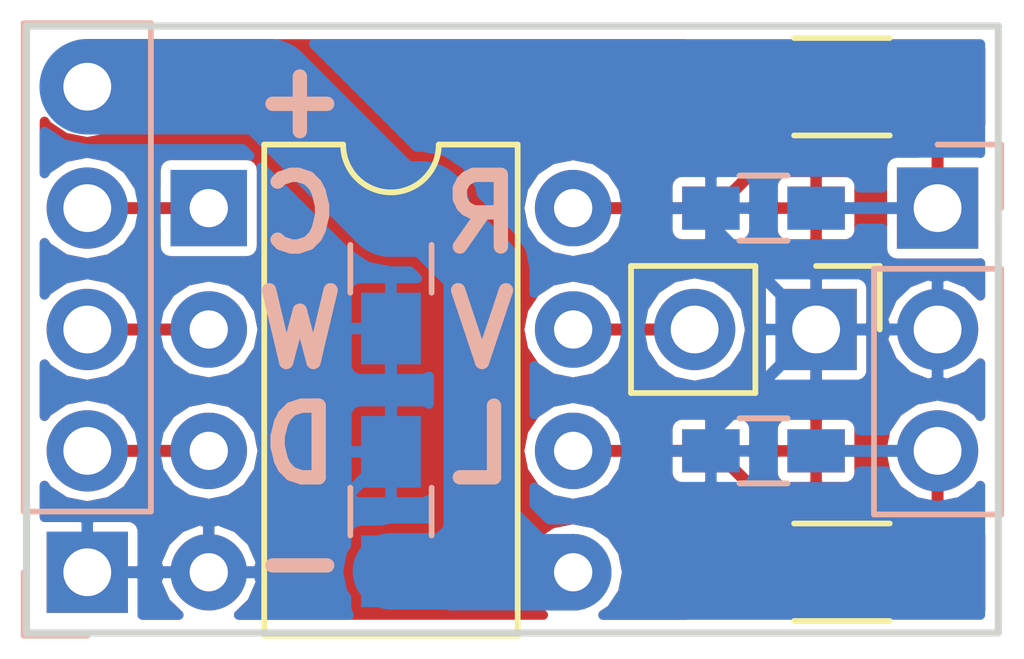
<source format=kicad_pcb>
(kicad_pcb (version 4) (host pcbnew 4.0.7)

  (general
    (links 24)
    (no_connects 16)
    (area 147.652381 90.675 174.92762 107.545)
    (thickness 1.6)
    (drawings 6)
    (tracks 40)
    (zones 0)
    (modules 12)
    (nets 11)
  )

  (page A4)
  (layers
    (0 F.Cu signal)
    (31 B.Cu signal)
    (32 B.Adhes user)
    (33 F.Adhes user)
    (34 B.Paste user)
    (35 F.Paste user)
    (36 B.SilkS user)
    (37 F.SilkS user)
    (38 B.Mask user)
    (39 F.Mask user)
    (40 Dwgs.User user)
    (41 Cmts.User user)
    (42 Eco1.User user)
    (43 Eco2.User user)
    (44 Edge.Cuts user)
    (45 Margin user)
    (46 B.CrtYd user)
    (47 F.CrtYd user)
    (48 B.Fab user hide)
    (49 F.Fab user hide)
  )

  (setup
    (last_trace_width 0.25)
    (user_trace_width 0.5)
    (user_trace_width 0.7)
    (user_trace_width 0.8)
    (user_trace_width 1)
    (user_trace_width 1.2)
    (user_trace_width 1.4)
    (user_trace_width 1.6)
    (user_trace_width 2)
    (trace_clearance 0.2)
    (zone_clearance 0.508)
    (zone_45_only no)
    (trace_min 0.2)
    (segment_width 0.2)
    (edge_width 0.15)
    (via_size 0.6)
    (via_drill 0.4)
    (via_min_size 0.4)
    (via_min_drill 0.3)
    (uvia_size 0.3)
    (uvia_drill 0.1)
    (uvias_allowed no)
    (uvia_min_size 0.2)
    (uvia_min_drill 0.1)
    (pcb_text_width 0.3)
    (pcb_text_size 1.5 1.5)
    (mod_edge_width 0.15)
    (mod_text_size 1 1)
    (mod_text_width 0.15)
    (pad_size 1.524 1.524)
    (pad_drill 0.762)
    (pad_to_mask_clearance 0.2)
    (aux_axis_origin 171.45 92.71)
    (visible_elements FFFFFF7F)
    (pcbplotparams
      (layerselection 0x010f0_80000001)
      (usegerberextensions true)
      (usegerberattributes true)
      (excludeedgelayer true)
      (linewidth 0.100000)
      (plotframeref false)
      (viasonmask false)
      (mode 1)
      (useauxorigin true)
      (hpglpennumber 1)
      (hpglpenspeed 20)
      (hpglpendiameter 15)
      (hpglpenoverlay 2)
      (psnegative false)
      (psa4output false)
      (plotreference false)
      (plotvalue false)
      (plotinvisibletext false)
      (padsonsilk false)
      (subtractmaskfromsilk false)
      (outputformat 1)
      (mirror false)
      (drillshape 0)
      (scaleselection 1)
      (outputdirectory gerbers/))
  )

  (net 0 "")
  (net 1 "Net-(C1-Pad1)")
  (net 2 "Net-(C1-Pad2)")
  (net 3 "Net-(C3-Pad1)")
  (net 4 "Net-(C3-Pad2)")
  (net 5 "Net-(C4-Pad1)")
  (net 6 "Net-(C4-Pad2)")
  (net 7 "Net-(J1-Pad2)")
  (net 8 "Net-(J1-Pad3)")
  (net 9 "Net-(J1-Pad4)")
  (net 10 "Net-(J2-Pad7)")

  (net_class Default "This is the default net class."
    (clearance 0.2)
    (trace_width 0.25)
    (via_dia 0.6)
    (via_drill 0.4)
    (uvia_dia 0.3)
    (uvia_drill 0.1)
    (add_net "Net-(C1-Pad1)")
    (add_net "Net-(C1-Pad2)")
    (add_net "Net-(C3-Pad1)")
    (add_net "Net-(C3-Pad2)")
    (add_net "Net-(C4-Pad1)")
    (add_net "Net-(C4-Pad2)")
    (add_net "Net-(J1-Pad2)")
    (add_net "Net-(J1-Pad3)")
    (add_net "Net-(J1-Pad4)")
    (add_net "Net-(J2-Pad7)")
  )

  (module Capacitors_SMD:C_0805_HandSoldering (layer B.Cu) (tedit 5ACFF302) (tstamp 5ACFF1FC)
    (at 158.75 102.87 270)
    (descr "Capacitor SMD 0805, hand soldering")
    (tags "capacitor 0805")
    (path /5ACFF0EF)
    (attr smd)
    (fp_text reference C1 (at 0 1.75 270) (layer B.SilkS) hide
      (effects (font (size 1 1) (thickness 0.15)) (justify mirror))
    )
    (fp_text value C_Small (at 0 -1.75 270) (layer B.Fab)
      (effects (font (size 1 1) (thickness 0.15)) (justify mirror))
    )
    (fp_text user %R (at 0 1.75 270) (layer B.Fab)
      (effects (font (size 1 1) (thickness 0.15)) (justify mirror))
    )
    (fp_line (start -1 -0.62) (end -1 0.62) (layer B.Fab) (width 0.1))
    (fp_line (start 1 -0.62) (end -1 -0.62) (layer B.Fab) (width 0.1))
    (fp_line (start 1 0.62) (end 1 -0.62) (layer B.Fab) (width 0.1))
    (fp_line (start -1 0.62) (end 1 0.62) (layer B.Fab) (width 0.1))
    (fp_line (start 0.5 0.85) (end -0.5 0.85) (layer B.SilkS) (width 0.12))
    (fp_line (start -0.5 -0.85) (end 0.5 -0.85) (layer B.SilkS) (width 0.12))
    (fp_line (start -2.25 0.88) (end 2.25 0.88) (layer B.CrtYd) (width 0.05))
    (fp_line (start -2.25 0.88) (end -2.25 -0.87) (layer B.CrtYd) (width 0.05))
    (fp_line (start 2.25 -0.87) (end 2.25 0.88) (layer B.CrtYd) (width 0.05))
    (fp_line (start 2.25 -0.87) (end -2.25 -0.87) (layer B.CrtYd) (width 0.05))
    (pad 1 smd rect (at -1.25 0 270) (size 1.5 1.25) (layers B.Cu B.Paste B.Mask)
      (net 1 "Net-(C1-Pad1)"))
    (pad 2 smd rect (at 1.25 0 270) (size 1.5 1.25) (layers B.Cu B.Paste B.Mask)
      (net 2 "Net-(C1-Pad2)"))
    (model Capacitors_SMD.3dshapes/C_0805.wrl
      (at (xyz 0 0 0))
      (scale (xyz 1 1 1))
      (rotate (xyz 0 0 0))
    )
  )

  (module Capacitors_SMD:C_0805_HandSoldering (layer B.Cu) (tedit 5ACFF2FF) (tstamp 5ACFF202)
    (at 158.75 97.79 90)
    (descr "Capacitor SMD 0805, hand soldering")
    (tags "capacitor 0805")
    (path /5ACFF07F)
    (attr smd)
    (fp_text reference C2 (at 0 1.75 90) (layer B.SilkS) hide
      (effects (font (size 1 1) (thickness 0.15)) (justify mirror))
    )
    (fp_text value C_Small (at 0 -1.75 90) (layer B.Fab)
      (effects (font (size 1 1) (thickness 0.15)) (justify mirror))
    )
    (fp_text user %R (at 0 1.75 90) (layer B.Fab)
      (effects (font (size 1 1) (thickness 0.15)) (justify mirror))
    )
    (fp_line (start -1 -0.62) (end -1 0.62) (layer B.Fab) (width 0.1))
    (fp_line (start 1 -0.62) (end -1 -0.62) (layer B.Fab) (width 0.1))
    (fp_line (start 1 0.62) (end 1 -0.62) (layer B.Fab) (width 0.1))
    (fp_line (start -1 0.62) (end 1 0.62) (layer B.Fab) (width 0.1))
    (fp_line (start 0.5 0.85) (end -0.5 0.85) (layer B.SilkS) (width 0.12))
    (fp_line (start -0.5 -0.85) (end 0.5 -0.85) (layer B.SilkS) (width 0.12))
    (fp_line (start -2.25 0.88) (end 2.25 0.88) (layer B.CrtYd) (width 0.05))
    (fp_line (start -2.25 0.88) (end -2.25 -0.87) (layer B.CrtYd) (width 0.05))
    (fp_line (start 2.25 -0.87) (end 2.25 0.88) (layer B.CrtYd) (width 0.05))
    (fp_line (start 2.25 -0.87) (end -2.25 -0.87) (layer B.CrtYd) (width 0.05))
    (pad 1 smd rect (at -1.25 0 90) (size 1.5 1.25) (layers B.Cu B.Paste B.Mask)
      (net 1 "Net-(C1-Pad1)"))
    (pad 2 smd rect (at 1.25 0 90) (size 1.5 1.25) (layers B.Cu B.Paste B.Mask)
      (net 2 "Net-(C1-Pad2)"))
    (model Capacitors_SMD.3dshapes/C_0805.wrl
      (at (xyz 0 0 0))
      (scale (xyz 1 1 1))
      (rotate (xyz 0 0 0))
    )
  )

  (module Capacitors_SMD:C_1206_HandSoldering (layer F.Cu) (tedit 5ACFF2D9) (tstamp 5ACFF208)
    (at 168.18 93.98)
    (descr "Capacitor SMD 1206, hand soldering")
    (tags "capacitor 1206")
    (path /5ACFF35E)
    (attr smd)
    (fp_text reference C3 (at 0 -1.75) (layer F.SilkS) hide
      (effects (font (size 1 1) (thickness 0.15)))
    )
    (fp_text value C_Small (at 0 2) (layer F.Fab)
      (effects (font (size 1 1) (thickness 0.15)))
    )
    (fp_text user %R (at 0 -1.75) (layer F.Fab) hide
      (effects (font (size 1 1) (thickness 0.15)))
    )
    (fp_line (start -1.6 0.8) (end -1.6 -0.8) (layer F.Fab) (width 0.1))
    (fp_line (start 1.6 0.8) (end -1.6 0.8) (layer F.Fab) (width 0.1))
    (fp_line (start 1.6 -0.8) (end 1.6 0.8) (layer F.Fab) (width 0.1))
    (fp_line (start -1.6 -0.8) (end 1.6 -0.8) (layer F.Fab) (width 0.1))
    (fp_line (start 1 -1.02) (end -1 -1.02) (layer F.SilkS) (width 0.12))
    (fp_line (start -1 1.02) (end 1 1.02) (layer F.SilkS) (width 0.12))
    (fp_line (start -3.25 -1.05) (end 3.25 -1.05) (layer F.CrtYd) (width 0.05))
    (fp_line (start -3.25 -1.05) (end -3.25 1.05) (layer F.CrtYd) (width 0.05))
    (fp_line (start 3.25 1.05) (end 3.25 -1.05) (layer F.CrtYd) (width 0.05))
    (fp_line (start 3.25 1.05) (end -3.25 1.05) (layer F.CrtYd) (width 0.05))
    (pad 1 smd rect (at -2 0) (size 2 1.6) (layers F.Cu F.Paste F.Mask)
      (net 3 "Net-(C3-Pad1)"))
    (pad 2 smd rect (at 2 0) (size 2 1.6) (layers F.Cu F.Paste F.Mask)
      (net 4 "Net-(C3-Pad2)"))
    (model Capacitors_SMD.3dshapes/C_1206.wrl
      (at (xyz 0 0 0))
      (scale (xyz 1 1 1))
      (rotate (xyz 0 0 0))
    )
  )

  (module Capacitors_SMD:C_1206_HandSoldering (layer F.Cu) (tedit 5ACFF305) (tstamp 5ACFF20E)
    (at 168.18 104.14 180)
    (descr "Capacitor SMD 1206, hand soldering")
    (tags "capacitor 1206")
    (path /5ACFF3AD)
    (attr smd)
    (fp_text reference C4 (at 0 -1.75 180) (layer F.SilkS) hide
      (effects (font (size 1 1) (thickness 0.15)))
    )
    (fp_text value C_Small (at 0 2 180) (layer F.Fab)
      (effects (font (size 1 1) (thickness 0.15)))
    )
    (fp_text user %R (at 0 -1.75 180) (layer F.Fab) hide
      (effects (font (size 1 1) (thickness 0.15)))
    )
    (fp_line (start -1.6 0.8) (end -1.6 -0.8) (layer F.Fab) (width 0.1))
    (fp_line (start 1.6 0.8) (end -1.6 0.8) (layer F.Fab) (width 0.1))
    (fp_line (start 1.6 -0.8) (end 1.6 0.8) (layer F.Fab) (width 0.1))
    (fp_line (start -1.6 -0.8) (end 1.6 -0.8) (layer F.Fab) (width 0.1))
    (fp_line (start 1 -1.02) (end -1 -1.02) (layer F.SilkS) (width 0.12))
    (fp_line (start -1 1.02) (end 1 1.02) (layer F.SilkS) (width 0.12))
    (fp_line (start -3.25 -1.05) (end 3.25 -1.05) (layer F.CrtYd) (width 0.05))
    (fp_line (start -3.25 -1.05) (end -3.25 1.05) (layer F.CrtYd) (width 0.05))
    (fp_line (start 3.25 1.05) (end 3.25 -1.05) (layer F.CrtYd) (width 0.05))
    (fp_line (start 3.25 1.05) (end -3.25 1.05) (layer F.CrtYd) (width 0.05))
    (pad 1 smd rect (at -2 0 180) (size 2 1.6) (layers F.Cu F.Paste F.Mask)
      (net 5 "Net-(C4-Pad1)"))
    (pad 2 smd rect (at 2 0 180) (size 2 1.6) (layers F.Cu F.Paste F.Mask)
      (net 6 "Net-(C4-Pad2)"))
    (model Capacitors_SMD.3dshapes/C_1206.wrl
      (at (xyz 0 0 0))
      (scale (xyz 1 1 1))
      (rotate (xyz 0 0 0))
    )
  )

  (module Pin_Headers:Pin_Header_Straight_1x05_Pitch2.54mm (layer B.Cu) (tedit 5ACFF2D0) (tstamp 5ACFF217)
    (at 152.4 104.14)
    (descr "Through hole straight pin header, 1x05, 2.54mm pitch, single row")
    (tags "Through hole pin header THT 1x05 2.54mm single row")
    (path /5ACFF03A)
    (fp_text reference J1 (at 0 2.33) (layer B.SilkS) hide
      (effects (font (size 1 1) (thickness 0.15)) (justify mirror))
    )
    (fp_text value Conn_01x05 (at 0 -12.49) (layer B.Fab)
      (effects (font (size 1 1) (thickness 0.15)) (justify mirror))
    )
    (fp_line (start -0.635 1.27) (end 1.27 1.27) (layer B.Fab) (width 0.1))
    (fp_line (start 1.27 1.27) (end 1.27 -11.43) (layer B.Fab) (width 0.1))
    (fp_line (start 1.27 -11.43) (end -1.27 -11.43) (layer B.Fab) (width 0.1))
    (fp_line (start -1.27 -11.43) (end -1.27 0.635) (layer B.Fab) (width 0.1))
    (fp_line (start -1.27 0.635) (end -0.635 1.27) (layer B.Fab) (width 0.1))
    (fp_line (start -1.33 -11.49) (end 1.33 -11.49) (layer B.SilkS) (width 0.12))
    (fp_line (start -1.33 -1.27) (end -1.33 -11.49) (layer B.SilkS) (width 0.12))
    (fp_line (start 1.33 -1.27) (end 1.33 -11.49) (layer B.SilkS) (width 0.12))
    (fp_line (start -1.33 -1.27) (end 1.33 -1.27) (layer B.SilkS) (width 0.12))
    (fp_line (start -1.33 0) (end -1.33 1.33) (layer B.SilkS) (width 0.12))
    (fp_line (start -1.33 1.33) (end 0 1.33) (layer B.SilkS) (width 0.12))
    (fp_line (start -1.8 1.8) (end -1.8 -11.95) (layer B.CrtYd) (width 0.05))
    (fp_line (start -1.8 -11.95) (end 1.8 -11.95) (layer B.CrtYd) (width 0.05))
    (fp_line (start 1.8 -11.95) (end 1.8 1.8) (layer B.CrtYd) (width 0.05))
    (fp_line (start 1.8 1.8) (end -1.8 1.8) (layer B.CrtYd) (width 0.05))
    (fp_text user %R (at 0 -5.08 270) (layer B.Fab)
      (effects (font (size 1 1) (thickness 0.15)) (justify mirror))
    )
    (pad 1 thru_hole rect (at 0 0) (size 1.7 1.7) (drill 1) (layers *.Cu *.Mask)
      (net 1 "Net-(C1-Pad1)"))
    (pad 2 thru_hole oval (at 0 -2.54) (size 1.7 1.7) (drill 1) (layers *.Cu *.Mask)
      (net 7 "Net-(J1-Pad2)"))
    (pad 3 thru_hole oval (at 0 -5.08) (size 1.7 1.7) (drill 1) (layers *.Cu *.Mask)
      (net 8 "Net-(J1-Pad3)"))
    (pad 4 thru_hole oval (at 0 -7.62) (size 1.7 1.7) (drill 1) (layers *.Cu *.Mask)
      (net 9 "Net-(J1-Pad4)"))
    (pad 5 thru_hole oval (at 0 -10.16) (size 1.7 1.7) (drill 1) (layers *.Cu *.Mask)
      (net 2 "Net-(C1-Pad2)"))
    (model ${KISYS3DMOD}/Pin_Headers.3dshapes/Pin_Header_Straight_1x05_Pitch2.54mm.wrl
      (at (xyz 0 0 0))
      (scale (xyz 1 1 1))
      (rotate (xyz 0 0 0))
    )
  )

  (module Housings_DIP:DIP-8_W7.62mm (layer F.Cu) (tedit 5ACFF2D3) (tstamp 5ACFF223)
    (at 154.94 96.52)
    (descr "8-lead though-hole mounted DIP package, row spacing 7.62 mm (300 mils)")
    (tags "THT DIP DIL PDIP 2.54mm 7.62mm 300mil")
    (path /5ACFEF91)
    (fp_text reference J2 (at 3.81 -2.33) (layer F.SilkS) hide
      (effects (font (size 1 1) (thickness 0.15)))
    )
    (fp_text value TDA1543 (at 3.81 9.95) (layer F.Fab)
      (effects (font (size 1 1) (thickness 0.15)))
    )
    (fp_arc (start 3.81 -1.33) (end 2.81 -1.33) (angle -180) (layer F.SilkS) (width 0.12))
    (fp_line (start 1.635 -1.27) (end 6.985 -1.27) (layer F.Fab) (width 0.1))
    (fp_line (start 6.985 -1.27) (end 6.985 8.89) (layer F.Fab) (width 0.1))
    (fp_line (start 6.985 8.89) (end 0.635 8.89) (layer F.Fab) (width 0.1))
    (fp_line (start 0.635 8.89) (end 0.635 -0.27) (layer F.Fab) (width 0.1))
    (fp_line (start 0.635 -0.27) (end 1.635 -1.27) (layer F.Fab) (width 0.1))
    (fp_line (start 2.81 -1.33) (end 1.16 -1.33) (layer F.SilkS) (width 0.12))
    (fp_line (start 1.16 -1.33) (end 1.16 8.95) (layer F.SilkS) (width 0.12))
    (fp_line (start 1.16 8.95) (end 6.46 8.95) (layer F.SilkS) (width 0.12))
    (fp_line (start 6.46 8.95) (end 6.46 -1.33) (layer F.SilkS) (width 0.12))
    (fp_line (start 6.46 -1.33) (end 4.81 -1.33) (layer F.SilkS) (width 0.12))
    (fp_line (start -1.1 -1.55) (end -1.1 9.15) (layer F.CrtYd) (width 0.05))
    (fp_line (start -1.1 9.15) (end 8.7 9.15) (layer F.CrtYd) (width 0.05))
    (fp_line (start 8.7 9.15) (end 8.7 -1.55) (layer F.CrtYd) (width 0.05))
    (fp_line (start 8.7 -1.55) (end -1.1 -1.55) (layer F.CrtYd) (width 0.05))
    (fp_text user %R (at 3.81 3.81) (layer F.Fab)
      (effects (font (size 1 1) (thickness 0.15)))
    )
    (pad 1 thru_hole rect (at 0 0) (size 1.6 1.6) (drill 0.8) (layers *.Cu *.Mask)
      (net 9 "Net-(J1-Pad4)"))
    (pad 5 thru_hole oval (at 7.62 7.62) (size 1.6 1.6) (drill 0.8) (layers *.Cu *.Mask)
      (net 2 "Net-(C1-Pad2)"))
    (pad 2 thru_hole oval (at 0 2.54) (size 1.6 1.6) (drill 0.8) (layers *.Cu *.Mask)
      (net 8 "Net-(J1-Pad3)"))
    (pad 6 thru_hole oval (at 7.62 5.08) (size 1.6 1.6) (drill 0.8) (layers *.Cu *.Mask)
      (net 6 "Net-(C4-Pad2)"))
    (pad 3 thru_hole oval (at 0 5.08) (size 1.6 1.6) (drill 0.8) (layers *.Cu *.Mask)
      (net 7 "Net-(J1-Pad2)"))
    (pad 7 thru_hole oval (at 7.62 2.54) (size 1.6 1.6) (drill 0.8) (layers *.Cu *.Mask)
      (net 10 "Net-(J2-Pad7)"))
    (pad 4 thru_hole oval (at 0 7.62) (size 1.6 1.6) (drill 0.8) (layers *.Cu *.Mask)
      (net 1 "Net-(C1-Pad1)"))
    (pad 8 thru_hole oval (at 7.62 0) (size 1.6 1.6) (drill 0.8) (layers *.Cu *.Mask)
      (net 3 "Net-(C3-Pad1)"))
    (model ${KISYS3DMOD}/Housings_DIP.3dshapes/DIP-8_W7.62mm.wrl
      (at (xyz 0 0 0))
      (scale (xyz 1 1 1))
      (rotate (xyz 0 0 0))
    )
  )

  (module Pin_Headers:Pin_Header_Straight_1x03_Pitch2.54mm (layer B.Cu) (tedit 5ACFF315) (tstamp 5ACFF22A)
    (at 170.18 96.52 180)
    (descr "Through hole straight pin header, 1x03, 2.54mm pitch, single row")
    (tags "Through hole pin header THT 1x03 2.54mm single row")
    (path /5ACFF5A2)
    (fp_text reference J3 (at 0 2.33 180) (layer B.SilkS) hide
      (effects (font (size 1 1) (thickness 0.15)) (justify mirror))
    )
    (fp_text value Conn_01x03 (at 0 -7.41 180) (layer B.Fab)
      (effects (font (size 1 1) (thickness 0.15)) (justify mirror))
    )
    (fp_line (start -0.635 1.27) (end 1.27 1.27) (layer B.Fab) (width 0.1))
    (fp_line (start 1.27 1.27) (end 1.27 -6.35) (layer B.Fab) (width 0.1))
    (fp_line (start 1.27 -6.35) (end -1.27 -6.35) (layer B.Fab) (width 0.1))
    (fp_line (start -1.27 -6.35) (end -1.27 0.635) (layer B.Fab) (width 0.1))
    (fp_line (start -1.27 0.635) (end -0.635 1.27) (layer B.Fab) (width 0.1))
    (fp_line (start -1.33 -6.41) (end 1.33 -6.41) (layer B.SilkS) (width 0.12))
    (fp_line (start -1.33 -1.27) (end -1.33 -6.41) (layer B.SilkS) (width 0.12))
    (fp_line (start 1.33 -1.27) (end 1.33 -6.41) (layer B.SilkS) (width 0.12))
    (fp_line (start -1.33 -1.27) (end 1.33 -1.27) (layer B.SilkS) (width 0.12))
    (fp_line (start -1.33 0) (end -1.33 1.33) (layer B.SilkS) (width 0.12))
    (fp_line (start -1.33 1.33) (end 0 1.33) (layer B.SilkS) (width 0.12))
    (fp_line (start -1.8 1.8) (end -1.8 -6.85) (layer B.CrtYd) (width 0.05))
    (fp_line (start -1.8 -6.85) (end 1.8 -6.85) (layer B.CrtYd) (width 0.05))
    (fp_line (start 1.8 -6.85) (end 1.8 1.8) (layer B.CrtYd) (width 0.05))
    (fp_line (start 1.8 1.8) (end -1.8 1.8) (layer B.CrtYd) (width 0.05))
    (fp_text user %R (at 0 -2.54 450) (layer B.Fab)
      (effects (font (size 1 1) (thickness 0.15)) (justify mirror))
    )
    (pad 1 thru_hole rect (at 0 0 180) (size 1.7 1.7) (drill 1) (layers *.Cu *.Mask)
      (net 4 "Net-(C3-Pad2)"))
    (pad 2 thru_hole oval (at 0 -2.54 180) (size 1.7 1.7) (drill 1) (layers *.Cu *.Mask)
      (net 1 "Net-(C1-Pad1)"))
    (pad 3 thru_hole oval (at 0 -5.08 180) (size 1.7 1.7) (drill 1) (layers *.Cu *.Mask)
      (net 5 "Net-(C4-Pad1)"))
    (model ${KISYS3DMOD}/Pin_Headers.3dshapes/Pin_Header_Straight_1x03_Pitch2.54mm.wrl
      (at (xyz 0 0 0))
      (scale (xyz 1 1 1))
      (rotate (xyz 0 0 0))
    )
  )

  (module Pin_Headers:Pin_Header_Straight_1x02_Pitch2.54mm (layer F.Cu) (tedit 5ACFF334) (tstamp 5ACFF230)
    (at 167.64 99.06 270)
    (descr "Through hole straight pin header, 1x02, 2.54mm pitch, single row")
    (tags "Through hole pin header THT 1x02 2.54mm single row")
    (path /5ACFF185)
    (fp_text reference R1 (at 0 -2.33 270) (layer F.SilkS) hide
      (effects (font (size 1 1) (thickness 0.15)))
    )
    (fp_text value R_Small (at 0 4.87 270) (layer F.Fab)
      (effects (font (size 1 1) (thickness 0.15)))
    )
    (fp_line (start -0.635 -1.27) (end 1.27 -1.27) (layer F.Fab) (width 0.1))
    (fp_line (start 1.27 -1.27) (end 1.27 3.81) (layer F.Fab) (width 0.1))
    (fp_line (start 1.27 3.81) (end -1.27 3.81) (layer F.Fab) (width 0.1))
    (fp_line (start -1.27 3.81) (end -1.27 -0.635) (layer F.Fab) (width 0.1))
    (fp_line (start -1.27 -0.635) (end -0.635 -1.27) (layer F.Fab) (width 0.1))
    (fp_line (start -1.33 3.87) (end 1.33 3.87) (layer F.SilkS) (width 0.12))
    (fp_line (start -1.33 1.27) (end -1.33 3.87) (layer F.SilkS) (width 0.12))
    (fp_line (start 1.33 1.27) (end 1.33 3.87) (layer F.SilkS) (width 0.12))
    (fp_line (start -1.33 1.27) (end 1.33 1.27) (layer F.SilkS) (width 0.12))
    (fp_line (start -1.33 0) (end -1.33 -1.33) (layer F.SilkS) (width 0.12))
    (fp_line (start -1.33 -1.33) (end 0 -1.33) (layer F.SilkS) (width 0.12))
    (fp_line (start -1.8 -1.8) (end -1.8 4.35) (layer F.CrtYd) (width 0.05))
    (fp_line (start -1.8 4.35) (end 1.8 4.35) (layer F.CrtYd) (width 0.05))
    (fp_line (start 1.8 4.35) (end 1.8 -1.8) (layer F.CrtYd) (width 0.05))
    (fp_line (start 1.8 -1.8) (end -1.8 -1.8) (layer F.CrtYd) (width 0.05))
    (fp_text user %R (at 0 1.27 360) (layer F.Fab)
      (effects (font (size 1 1) (thickness 0.15)))
    )
    (pad 1 thru_hole rect (at 0 0 270) (size 1.7 1.7) (drill 1) (layers *.Cu *.Mask)
      (net 1 "Net-(C1-Pad1)"))
    (pad 2 thru_hole oval (at 0 2.54 270) (size 1.7 1.7) (drill 1) (layers *.Cu *.Mask)
      (net 10 "Net-(J2-Pad7)"))
    (model ${KISYS3DMOD}/Pin_Headers.3dshapes/Pin_Header_Straight_1x02_Pitch2.54mm.wrl
      (at (xyz 0 0 0))
      (scale (xyz 1 1 1))
      (rotate (xyz 0 0 0))
    )
  )

  (module Resistors_SMD:R_0603_HandSoldering (layer F.Cu) (tedit 5ACFF2EA) (tstamp 5ACFF236)
    (at 166.54 96.52 180)
    (descr "Resistor SMD 0603, hand soldering")
    (tags "resistor 0603")
    (path /5ACFF11B)
    (attr smd)
    (fp_text reference R2 (at 0 -1.45 180) (layer F.SilkS) hide
      (effects (font (size 1 1) (thickness 0.15)))
    )
    (fp_text value R_Small (at 0 1.55 180) (layer F.Fab)
      (effects (font (size 1 1) (thickness 0.15)))
    )
    (fp_text user %R (at 0 0 180) (layer F.Fab)
      (effects (font (size 0.4 0.4) (thickness 0.075)))
    )
    (fp_line (start -0.8 0.4) (end -0.8 -0.4) (layer F.Fab) (width 0.1))
    (fp_line (start 0.8 0.4) (end -0.8 0.4) (layer F.Fab) (width 0.1))
    (fp_line (start 0.8 -0.4) (end 0.8 0.4) (layer F.Fab) (width 0.1))
    (fp_line (start -0.8 -0.4) (end 0.8 -0.4) (layer F.Fab) (width 0.1))
    (fp_line (start 0.5 0.68) (end -0.5 0.68) (layer F.SilkS) (width 0.12))
    (fp_line (start -0.5 -0.68) (end 0.5 -0.68) (layer F.SilkS) (width 0.12))
    (fp_line (start -1.96 -0.7) (end 1.95 -0.7) (layer F.CrtYd) (width 0.05))
    (fp_line (start -1.96 -0.7) (end -1.96 0.7) (layer F.CrtYd) (width 0.05))
    (fp_line (start 1.95 0.7) (end 1.95 -0.7) (layer F.CrtYd) (width 0.05))
    (fp_line (start 1.95 0.7) (end -1.96 0.7) (layer F.CrtYd) (width 0.05))
    (pad 1 smd rect (at -1.1 0 180) (size 1.2 0.9) (layers F.Cu F.Paste F.Mask)
      (net 1 "Net-(C1-Pad1)"))
    (pad 2 smd rect (at 1.1 0 180) (size 1.2 0.9) (layers F.Cu F.Paste F.Mask)
      (net 3 "Net-(C3-Pad1)"))
    (model ${KISYS3DMOD}/Resistors_SMD.3dshapes/R_0603.wrl
      (at (xyz 0 0 0))
      (scale (xyz 1 1 1))
      (rotate (xyz 0 0 0))
    )
  )

  (module Resistors_SMD:R_0603_HandSoldering (layer F.Cu) (tedit 5ACFF2E2) (tstamp 5ACFF23C)
    (at 166.54 101.6 180)
    (descr "Resistor SMD 0603, hand soldering")
    (tags "resistor 0603")
    (path /5ACFF153)
    (attr smd)
    (fp_text reference R3 (at 0 -1.45 180) (layer F.SilkS) hide
      (effects (font (size 1 1) (thickness 0.15)))
    )
    (fp_text value R_Small (at 0 1.55 180) (layer F.Fab)
      (effects (font (size 1 1) (thickness 0.15)))
    )
    (fp_text user %R (at 0 0 180) (layer F.Fab)
      (effects (font (size 0.4 0.4) (thickness 0.075)))
    )
    (fp_line (start -0.8 0.4) (end -0.8 -0.4) (layer F.Fab) (width 0.1))
    (fp_line (start 0.8 0.4) (end -0.8 0.4) (layer F.Fab) (width 0.1))
    (fp_line (start 0.8 -0.4) (end 0.8 0.4) (layer F.Fab) (width 0.1))
    (fp_line (start -0.8 -0.4) (end 0.8 -0.4) (layer F.Fab) (width 0.1))
    (fp_line (start 0.5 0.68) (end -0.5 0.68) (layer F.SilkS) (width 0.12))
    (fp_line (start -0.5 -0.68) (end 0.5 -0.68) (layer F.SilkS) (width 0.12))
    (fp_line (start -1.96 -0.7) (end 1.95 -0.7) (layer F.CrtYd) (width 0.05))
    (fp_line (start -1.96 -0.7) (end -1.96 0.7) (layer F.CrtYd) (width 0.05))
    (fp_line (start 1.95 0.7) (end 1.95 -0.7) (layer F.CrtYd) (width 0.05))
    (fp_line (start 1.95 0.7) (end -1.96 0.7) (layer F.CrtYd) (width 0.05))
    (pad 1 smd rect (at -1.1 0 180) (size 1.2 0.9) (layers F.Cu F.Paste F.Mask)
      (net 1 "Net-(C1-Pad1)"))
    (pad 2 smd rect (at 1.1 0 180) (size 1.2 0.9) (layers F.Cu F.Paste F.Mask)
      (net 6 "Net-(C4-Pad2)"))
    (model ${KISYS3DMOD}/Resistors_SMD.3dshapes/R_0603.wrl
      (at (xyz 0 0 0))
      (scale (xyz 1 1 1))
      (rotate (xyz 0 0 0))
    )
  )

  (module Resistors_SMD:R_0603_HandSoldering (layer B.Cu) (tedit 5ACFF2F0) (tstamp 5ACFF242)
    (at 166.54 96.52 180)
    (descr "Resistor SMD 0603, hand soldering")
    (tags "resistor 0603")
    (path /5ACFF4C9)
    (attr smd)
    (fp_text reference R4 (at 0 1.45 180) (layer B.SilkS) hide
      (effects (font (size 1 1) (thickness 0.15)) (justify mirror))
    )
    (fp_text value R_Small (at 0 -1.55 180) (layer B.Fab)
      (effects (font (size 1 1) (thickness 0.15)) (justify mirror))
    )
    (fp_text user %R (at 0 0 180) (layer B.Fab)
      (effects (font (size 0.4 0.4) (thickness 0.075)) (justify mirror))
    )
    (fp_line (start -0.8 -0.4) (end -0.8 0.4) (layer B.Fab) (width 0.1))
    (fp_line (start 0.8 -0.4) (end -0.8 -0.4) (layer B.Fab) (width 0.1))
    (fp_line (start 0.8 0.4) (end 0.8 -0.4) (layer B.Fab) (width 0.1))
    (fp_line (start -0.8 0.4) (end 0.8 0.4) (layer B.Fab) (width 0.1))
    (fp_line (start 0.5 -0.68) (end -0.5 -0.68) (layer B.SilkS) (width 0.12))
    (fp_line (start -0.5 0.68) (end 0.5 0.68) (layer B.SilkS) (width 0.12))
    (fp_line (start -1.96 0.7) (end 1.95 0.7) (layer B.CrtYd) (width 0.05))
    (fp_line (start -1.96 0.7) (end -1.96 -0.7) (layer B.CrtYd) (width 0.05))
    (fp_line (start 1.95 -0.7) (end 1.95 0.7) (layer B.CrtYd) (width 0.05))
    (fp_line (start 1.95 -0.7) (end -1.96 -0.7) (layer B.CrtYd) (width 0.05))
    (pad 1 smd rect (at -1.1 0 180) (size 1.2 0.9) (layers B.Cu B.Paste B.Mask)
      (net 4 "Net-(C3-Pad2)"))
    (pad 2 smd rect (at 1.1 0 180) (size 1.2 0.9) (layers B.Cu B.Paste B.Mask)
      (net 1 "Net-(C1-Pad1)"))
    (model ${KISYS3DMOD}/Resistors_SMD.3dshapes/R_0603.wrl
      (at (xyz 0 0 0))
      (scale (xyz 1 1 1))
      (rotate (xyz 0 0 0))
    )
  )

  (module Resistors_SMD:R_0603_HandSoldering (layer B.Cu) (tedit 5ACFF2E6) (tstamp 5ACFF248)
    (at 166.54 101.6)
    (descr "Resistor SMD 0603, hand soldering")
    (tags "resistor 0603")
    (path /5ACFF491)
    (attr smd)
    (fp_text reference R5 (at 0 1.45) (layer B.SilkS) hide
      (effects (font (size 1 1) (thickness 0.15)) (justify mirror))
    )
    (fp_text value R_Small (at 0 -1.55) (layer B.Fab)
      (effects (font (size 1 1) (thickness 0.15)) (justify mirror))
    )
    (fp_text user %R (at 0 0) (layer B.Fab)
      (effects (font (size 0.4 0.4) (thickness 0.075)) (justify mirror))
    )
    (fp_line (start -0.8 -0.4) (end -0.8 0.4) (layer B.Fab) (width 0.1))
    (fp_line (start 0.8 -0.4) (end -0.8 -0.4) (layer B.Fab) (width 0.1))
    (fp_line (start 0.8 0.4) (end 0.8 -0.4) (layer B.Fab) (width 0.1))
    (fp_line (start -0.8 0.4) (end 0.8 0.4) (layer B.Fab) (width 0.1))
    (fp_line (start 0.5 -0.68) (end -0.5 -0.68) (layer B.SilkS) (width 0.12))
    (fp_line (start -0.5 0.68) (end 0.5 0.68) (layer B.SilkS) (width 0.12))
    (fp_line (start -1.96 0.7) (end 1.95 0.7) (layer B.CrtYd) (width 0.05))
    (fp_line (start -1.96 0.7) (end -1.96 -0.7) (layer B.CrtYd) (width 0.05))
    (fp_line (start 1.95 -0.7) (end 1.95 0.7) (layer B.CrtYd) (width 0.05))
    (fp_line (start 1.95 -0.7) (end -1.96 -0.7) (layer B.CrtYd) (width 0.05))
    (pad 1 smd rect (at -1.1 0) (size 1.2 0.9) (layers B.Cu B.Paste B.Mask)
      (net 1 "Net-(C1-Pad1)"))
    (pad 2 smd rect (at 1.1 0) (size 1.2 0.9) (layers B.Cu B.Paste B.Mask)
      (net 5 "Net-(C4-Pad1)"))
    (model ${KISYS3DMOD}/Resistors_SMD.3dshapes/R_0603.wrl
      (at (xyz 0 0 0))
      (scale (xyz 1 1 1))
      (rotate (xyz 0 0 0))
    )
  )

  (gr_text "R\nV\nL" (at 160.655 99.06) (layer B.SilkS)
    (effects (font (size 1.5 1.5) (thickness 0.3)) (justify mirror))
  )
  (gr_text "+\nC\nW\nD\n-" (at 156.845 99.06) (layer B.SilkS)
    (effects (font (size 1.5 1.5) (thickness 0.3)) (justify mirror))
  )
  (gr_line (start 151.13 105.41) (end 151.13 92.71) (layer Edge.Cuts) (width 0.15))
  (gr_line (start 171.45 105.41) (end 151.13 105.41) (layer Edge.Cuts) (width 0.15))
  (gr_line (start 171.45 92.71) (end 171.45 105.41) (layer Edge.Cuts) (width 0.15))
  (gr_line (start 151.13 92.71) (end 171.45 92.71) (layer Edge.Cuts) (width 0.15))

  (segment (start 165.44 101.6) (end 165.44 101.26) (width 0.25) (layer B.Cu) (net 1))
  (segment (start 165.44 101.26) (end 167.64 99.06) (width 0.25) (layer B.Cu) (net 1))
  (segment (start 165.44 96.52) (end 165.44 96.86) (width 0.25) (layer B.Cu) (net 1))
  (segment (start 165.44 96.86) (end 167.64 99.06) (width 0.25) (layer B.Cu) (net 1))
  (segment (start 167.47 98.89) (end 167.64 99.06) (width 0.25) (layer F.Cu) (net 1))
  (segment (start 167.3 99.4) (end 167.64 99.06) (width 0.25) (layer F.Cu) (net 1))
  (segment (start 167.64 99.06) (end 170.18 99.06) (width 0.25) (layer B.Cu) (net 1))
  (segment (start 158.75 99.04) (end 158.75 101.62) (width 0.25) (layer B.Cu) (net 1))
  (segment (start 154.94 104.14) (end 156.23 104.14) (width 0.25) (layer B.Cu) (net 1))
  (segment (start 156.23 104.14) (end 158.75 101.62) (width 0.25) (layer B.Cu) (net 1))
  (segment (start 152.4 104.14) (end 154.94 104.14) (width 0.25) (layer B.Cu) (net 1))
  (segment (start 159.405 96.54) (end 160.648477 97.783477) (width 1.6) (layer B.Cu) (net 2))
  (segment (start 160.648477 97.783477) (end 160.648477 103.288479) (width 1.6) (layer B.Cu) (net 2))
  (segment (start 160.648477 103.288479) (end 160.759999 103.400001) (width 1.6) (layer B.Cu) (net 2))
  (segment (start 162.56 104.14) (end 160.06 104.14) (width 1.6) (layer B.Cu) (net 2))
  (segment (start 160.06 104.14) (end 160.04 104.12) (width 1.6) (layer B.Cu) (net 2))
  (segment (start 162.56 104.14) (end 161.499998 104.14) (width 1.6) (layer B.Cu) (net 2))
  (segment (start 161.499998 104.14) (end 160.759999 103.400001) (width 1.6) (layer B.Cu) (net 2))
  (segment (start 158.75 104.12) (end 160.04 104.12) (width 1.6) (layer B.Cu) (net 2))
  (segment (start 160.759999 103.400001) (end 160.04 104.12) (width 1.6) (layer B.Cu) (net 2))
  (segment (start 158.75 96.54) (end 159.405 96.54) (width 2) (layer B.Cu) (net 2))
  (segment (start 152.4 93.98) (end 156.19 93.98) (width 2) (layer B.Cu) (net 2))
  (segment (start 156.19 93.98) (end 158.75 96.54) (width 2) (layer B.Cu) (net 2))
  (segment (start 161.29 102.87) (end 162.56 104.14) (width 0.25) (layer B.Cu) (net 2))
  (segment (start 160.04 104.12) (end 161.29 102.87) (width 0.25) (layer B.Cu) (net 2))
  (segment (start 158.75 96.54) (end 158.77 96.54) (width 0.25) (layer B.Cu) (net 2))
  (segment (start 166.18 93.98) (end 166.18 95.898831) (width 0.25) (layer F.Cu) (net 3))
  (segment (start 166.18 95.898831) (end 165.558831 96.52) (width 0.25) (layer F.Cu) (net 3))
  (segment (start 165.558831 96.52) (end 162.56 96.52) (width 0.25) (layer F.Cu) (net 3))
  (segment (start 170.18 93.98) (end 170.18 96.52) (width 0.25) (layer F.Cu) (net 4))
  (segment (start 167.64 96.52) (end 170.18 96.52) (width 0.25) (layer B.Cu) (net 4))
  (segment (start 167.3 101.6) (end 170.18 101.6) (width 0.25) (layer B.Cu) (net 5))
  (segment (start 170.18 104.14) (end 170.18 101.6) (width 0.25) (layer F.Cu) (net 5))
  (segment (start 166.18 104.14) (end 166.18 102.242135) (width 0.25) (layer F.Cu) (net 6))
  (segment (start 166.18 102.242135) (end 165.537865 101.6) (width 0.25) (layer F.Cu) (net 6))
  (segment (start 165.537865 101.6) (end 162.56 101.6) (width 0.25) (layer F.Cu) (net 6))
  (segment (start 154.94 101.6) (end 152.4 101.6) (width 0.25) (layer F.Cu) (net 7))
  (segment (start 154.94 99.06) (end 152.4 99.06) (width 0.25) (layer F.Cu) (net 8))
  (segment (start 154.94 96.52) (end 152.4 96.52) (width 0.25) (layer F.Cu) (net 9))
  (segment (start 162.56 99.06) (end 165.1 99.06) (width 0.25) (layer F.Cu) (net 10))

  (zone (net 1) (net_name "Net-(C1-Pad1)") (layer B.Cu) (tstamp 0) (hatch edge 0.508)
    (connect_pads (clearance 0.2))
    (min_thickness 0.2)
    (fill yes (arc_segments 16) (thermal_gap 0.2) (thermal_bridge_width 0.24))
    (polygon
      (pts
        (xy 151.13 105.41) (xy 151.13 92.71) (xy 171.45 92.71) (xy 171.45 105.41)
      )
    )
    (filled_polygon
      (pts
        (xy 171.075 95.373236) (xy 171.03 95.364123) (xy 169.33 95.364123) (xy 169.218827 95.385042) (xy 169.116721 95.450745)
        (xy 169.048222 95.550997) (xy 169.024123 95.67) (xy 169.024123 96.095) (xy 168.545877 96.095) (xy 168.545877 96.07)
        (xy 168.524958 95.958827) (xy 168.459255 95.856721) (xy 168.359003 95.788222) (xy 168.24 95.764123) (xy 167.04 95.764123)
        (xy 166.928827 95.785042) (xy 166.826721 95.850745) (xy 166.758222 95.950997) (xy 166.734123 96.07) (xy 166.734123 96.97)
        (xy 166.755042 97.081173) (xy 166.820745 97.183279) (xy 166.920997 97.251778) (xy 167.04 97.275877) (xy 168.24 97.275877)
        (xy 168.351173 97.254958) (xy 168.453279 97.189255) (xy 168.521778 97.089003) (xy 168.545877 96.97) (xy 168.545877 96.945)
        (xy 169.024123 96.945) (xy 169.024123 97.37) (xy 169.045042 97.481173) (xy 169.110745 97.583279) (xy 169.210997 97.651778)
        (xy 169.33 97.675877) (xy 171.03 97.675877) (xy 171.075 97.66741) (xy 171.075 98.355354) (xy 170.797836 98.09006)
        (xy 170.379626 97.927457) (xy 170.2 97.985172) (xy 170.2 99.04) (xy 170.22 99.04) (xy 170.22 99.08)
        (xy 170.2 99.08) (xy 170.2 100.134828) (xy 170.379626 100.192543) (xy 170.797836 100.02994) (xy 171.075 99.764646)
        (xy 171.075 100.875572) (xy 171.015703 100.786827) (xy 170.642616 100.537539) (xy 170.20253 100.45) (xy 170.15747 100.45)
        (xy 169.717384 100.537539) (xy 169.344297 100.786827) (xy 169.095009 101.159914) (xy 169.092008 101.175) (xy 168.545877 101.175)
        (xy 168.545877 101.15) (xy 168.524958 101.038827) (xy 168.459255 100.936721) (xy 168.359003 100.868222) (xy 168.24 100.844123)
        (xy 167.04 100.844123) (xy 166.928827 100.865042) (xy 166.826721 100.930745) (xy 166.758222 101.030997) (xy 166.734123 101.15)
        (xy 166.734123 102.05) (xy 166.755042 102.161173) (xy 166.820745 102.263279) (xy 166.920997 102.331778) (xy 167.04 102.355877)
        (xy 168.24 102.355877) (xy 168.351173 102.334958) (xy 168.453279 102.269255) (xy 168.521778 102.169003) (xy 168.545877 102.05)
        (xy 168.545877 102.025) (xy 169.092008 102.025) (xy 169.095009 102.040086) (xy 169.344297 102.413173) (xy 169.717384 102.662461)
        (xy 170.15747 102.75) (xy 170.20253 102.75) (xy 170.642616 102.662461) (xy 171.015703 102.413173) (xy 171.075 102.324428)
        (xy 171.075 105.035) (xy 163.183991 105.035) (xy 163.359367 104.917817) (xy 163.597817 104.560952) (xy 163.68155 104.14)
        (xy 163.597817 103.719048) (xy 163.359367 103.362183) (xy 163.002502 103.123733) (xy 162.58155 103.04) (xy 162.06104 103.04)
        (xy 161.748477 102.727437) (xy 161.748477 102.359624) (xy 161.760633 102.377817) (xy 162.117498 102.616267) (xy 162.53845 102.7)
        (xy 162.58155 102.7) (xy 163.002502 102.616267) (xy 163.359367 102.377817) (xy 163.597817 102.020952) (xy 163.662653 101.695)
        (xy 164.54 101.695) (xy 164.54 102.109673) (xy 164.585672 102.219936) (xy 164.670063 102.304328) (xy 164.780326 102.35)
        (xy 165.345 102.35) (xy 165.42 102.275) (xy 165.42 101.62) (xy 165.46 101.62) (xy 165.46 102.275)
        (xy 165.535 102.35) (xy 166.099674 102.35) (xy 166.209937 102.304328) (xy 166.294328 102.219936) (xy 166.34 102.109673)
        (xy 166.34 101.695) (xy 166.265 101.62) (xy 165.46 101.62) (xy 165.42 101.62) (xy 164.615 101.62)
        (xy 164.54 101.695) (xy 163.662653 101.695) (xy 163.68155 101.6) (xy 163.597817 101.179048) (xy 163.538536 101.090327)
        (xy 164.54 101.090327) (xy 164.54 101.505) (xy 164.615 101.58) (xy 165.42 101.58) (xy 165.42 100.925)
        (xy 165.46 100.925) (xy 165.46 101.58) (xy 166.265 101.58) (xy 166.34 101.505) (xy 166.34 101.090327)
        (xy 166.294328 100.980064) (xy 166.209937 100.895672) (xy 166.099674 100.85) (xy 165.535 100.85) (xy 165.46 100.925)
        (xy 165.42 100.925) (xy 165.345 100.85) (xy 164.780326 100.85) (xy 164.670063 100.895672) (xy 164.585672 100.980064)
        (xy 164.54 101.090327) (xy 163.538536 101.090327) (xy 163.359367 100.822183) (xy 163.002502 100.583733) (xy 162.58155 100.5)
        (xy 162.53845 100.5) (xy 162.117498 100.583733) (xy 161.760633 100.822183) (xy 161.748477 100.840376) (xy 161.748477 99.819624)
        (xy 161.760633 99.837817) (xy 162.117498 100.076267) (xy 162.53845 100.16) (xy 162.58155 100.16) (xy 163.002502 100.076267)
        (xy 163.359367 99.837817) (xy 163.597817 99.480952) (xy 163.68155 99.06) (xy 163.677069 99.03747) (xy 163.95 99.03747)
        (xy 163.95 99.08253) (xy 164.037539 99.522616) (xy 164.286827 99.895703) (xy 164.659914 100.144991) (xy 165.1 100.23253)
        (xy 165.540086 100.144991) (xy 165.913173 99.895703) (xy 166.162461 99.522616) (xy 166.235584 99.155) (xy 166.49 99.155)
        (xy 166.49 99.969674) (xy 166.535672 100.079937) (xy 166.620064 100.164328) (xy 166.730327 100.21) (xy 167.545 100.21)
        (xy 167.62 100.135) (xy 167.62 99.08) (xy 167.66 99.08) (xy 167.66 100.135) (xy 167.735 100.21)
        (xy 168.549673 100.21) (xy 168.659936 100.164328) (xy 168.744328 100.079937) (xy 168.79 99.969674) (xy 168.79 99.259626)
        (xy 169.047459 99.259626) (xy 169.057273 99.308975) (xy 169.238014 99.719672) (xy 169.562164 100.02994) (xy 169.980374 100.192543)
        (xy 170.16 100.134828) (xy 170.16 99.08) (xy 169.105186 99.08) (xy 169.047459 99.259626) (xy 168.79 99.259626)
        (xy 168.79 99.155) (xy 168.715 99.08) (xy 167.66 99.08) (xy 167.62 99.08) (xy 166.565 99.08)
        (xy 166.49 99.155) (xy 166.235584 99.155) (xy 166.25 99.08253) (xy 166.25 99.03747) (xy 166.162461 98.597384)
        (xy 165.913173 98.224297) (xy 165.802468 98.150326) (xy 166.49 98.150326) (xy 166.49 98.965) (xy 166.565 99.04)
        (xy 167.62 99.04) (xy 167.62 97.985) (xy 167.66 97.985) (xy 167.66 99.04) (xy 168.715 99.04)
        (xy 168.79 98.965) (xy 168.79 98.860374) (xy 169.047459 98.860374) (xy 169.105186 99.04) (xy 170.16 99.04)
        (xy 170.16 97.985172) (xy 169.980374 97.927457) (xy 169.562164 98.09006) (xy 169.238014 98.400328) (xy 169.057273 98.811025)
        (xy 169.047459 98.860374) (xy 168.79 98.860374) (xy 168.79 98.150326) (xy 168.744328 98.040063) (xy 168.659936 97.955672)
        (xy 168.549673 97.91) (xy 167.735 97.91) (xy 167.66 97.985) (xy 167.62 97.985) (xy 167.545 97.91)
        (xy 166.730327 97.91) (xy 166.620064 97.955672) (xy 166.535672 98.040063) (xy 166.49 98.150326) (xy 165.802468 98.150326)
        (xy 165.540086 97.975009) (xy 165.1 97.88747) (xy 164.659914 97.975009) (xy 164.286827 98.224297) (xy 164.037539 98.597384)
        (xy 163.95 99.03747) (xy 163.677069 99.03747) (xy 163.597817 98.639048) (xy 163.359367 98.282183) (xy 163.002502 98.043733)
        (xy 162.58155 97.96) (xy 162.53845 97.96) (xy 162.117498 98.043733) (xy 161.760633 98.282183) (xy 161.748477 98.300376)
        (xy 161.748477 97.783477) (xy 161.664744 97.362525) (xy 161.426294 97.00566) (xy 160.940634 96.52) (xy 161.43845 96.52)
        (xy 161.522183 96.940952) (xy 161.760633 97.297817) (xy 162.117498 97.536267) (xy 162.53845 97.62) (xy 162.58155 97.62)
        (xy 163.002502 97.536267) (xy 163.359367 97.297817) (xy 163.597817 96.940952) (xy 163.662653 96.615) (xy 164.54 96.615)
        (xy 164.54 97.029673) (xy 164.585672 97.139936) (xy 164.670063 97.224328) (xy 164.780326 97.27) (xy 165.345 97.27)
        (xy 165.42 97.195) (xy 165.42 96.54) (xy 165.46 96.54) (xy 165.46 97.195) (xy 165.535 97.27)
        (xy 166.099674 97.27) (xy 166.209937 97.224328) (xy 166.294328 97.139936) (xy 166.34 97.029673) (xy 166.34 96.615)
        (xy 166.265 96.54) (xy 165.46 96.54) (xy 165.42 96.54) (xy 164.615 96.54) (xy 164.54 96.615)
        (xy 163.662653 96.615) (xy 163.68155 96.52) (xy 163.597817 96.099048) (xy 163.538536 96.010327) (xy 164.54 96.010327)
        (xy 164.54 96.425) (xy 164.615 96.5) (xy 165.42 96.5) (xy 165.42 95.845) (xy 165.46 95.845)
        (xy 165.46 96.5) (xy 166.265 96.5) (xy 166.34 96.425) (xy 166.34 96.010327) (xy 166.294328 95.900064)
        (xy 166.209937 95.815672) (xy 166.099674 95.77) (xy 165.535 95.77) (xy 165.46 95.845) (xy 165.42 95.845)
        (xy 165.345 95.77) (xy 164.780326 95.77) (xy 164.670063 95.815672) (xy 164.585672 95.900064) (xy 164.54 96.010327)
        (xy 163.538536 96.010327) (xy 163.359367 95.742183) (xy 163.002502 95.503733) (xy 162.58155 95.42) (xy 162.53845 95.42)
        (xy 162.117498 95.503733) (xy 161.760633 95.742183) (xy 161.522183 96.099048) (xy 161.43845 96.52) (xy 160.940634 96.52)
        (xy 160.641525 96.220891) (xy 160.606043 96.042512) (xy 160.324239 95.620761) (xy 159.902488 95.338957) (xy 159.405 95.24)
        (xy 159.288478 95.24) (xy 157.133478 93.085) (xy 171.075 93.085)
      )
    )
    (filled_polygon
      (pts
        (xy 151.902512 95.181043) (xy 152.4 95.28) (xy 155.651522 95.28) (xy 155.797236 95.425714) (xy 155.74 95.414123)
        (xy 154.14 95.414123) (xy 154.028827 95.435042) (xy 153.926721 95.500745) (xy 153.858222 95.600997) (xy 153.834123 95.72)
        (xy 153.834123 97.32) (xy 153.855042 97.431173) (xy 153.920745 97.533279) (xy 154.020997 97.601778) (xy 154.14 97.625877)
        (xy 155.74 97.625877) (xy 155.851173 97.604958) (xy 155.953279 97.539255) (xy 156.021778 97.439003) (xy 156.045877 97.32)
        (xy 156.045877 95.72) (xy 156.035297 95.663775) (xy 157.830761 97.459239) (xy 158.252512 97.741043) (xy 158.75 97.84)
        (xy 159.149366 97.84) (xy 159.299366 97.99) (xy 158.845 97.99) (xy 158.77 98.065) (xy 158.77 99.02)
        (xy 158.79 99.02) (xy 158.79 99.06) (xy 158.77 99.06) (xy 158.77 100.015) (xy 158.845 100.09)
        (xy 159.434673 100.09) (xy 159.544936 100.044328) (xy 159.548477 100.040787) (xy 159.548477 100.619213) (xy 159.544936 100.615672)
        (xy 159.434673 100.57) (xy 158.845 100.57) (xy 158.77 100.645) (xy 158.77 101.6) (xy 158.79 101.6)
        (xy 158.79 101.64) (xy 158.77 101.64) (xy 158.77 102.595) (xy 158.845 102.67) (xy 159.434673 102.67)
        (xy 159.544936 102.624328) (xy 159.548477 102.620787) (xy 159.548477 103.02) (xy 158.75 103.02) (xy 158.52818 103.064123)
        (xy 158.125 103.064123) (xy 158.013827 103.085042) (xy 157.911721 103.150745) (xy 157.843222 103.250997) (xy 157.819123 103.37)
        (xy 157.819123 103.571253) (xy 157.733733 103.699048) (xy 157.65 104.12) (xy 157.733733 104.540952) (xy 157.819123 104.668747)
        (xy 157.819123 104.87) (xy 157.840042 104.981173) (xy 157.874679 105.035) (xy 155.565401 105.035) (xy 155.84153 104.770278)
        (xy 156.014102 104.3773) (xy 156.023149 104.331803) (xy 155.964805 104.16) (xy 154.96 104.16) (xy 154.96 104.18)
        (xy 154.92 104.18) (xy 154.92 104.16) (xy 153.915195 104.16) (xy 153.856851 104.331803) (xy 153.865898 104.3773)
        (xy 154.03847 104.770278) (xy 154.314599 105.035) (xy 153.55 105.035) (xy 153.55 104.235) (xy 153.475 104.16)
        (xy 152.42 104.16) (xy 152.42 104.18) (xy 152.38 104.18) (xy 152.38 104.16) (xy 152.36 104.16)
        (xy 152.36 104.12) (xy 152.38 104.12) (xy 152.38 103.065) (xy 152.42 103.065) (xy 152.42 104.12)
        (xy 153.475 104.12) (xy 153.55 104.045) (xy 153.55 103.948197) (xy 153.856851 103.948197) (xy 153.915195 104.12)
        (xy 154.92 104.12) (xy 154.92 103.11518) (xy 154.96 103.11518) (xy 154.96 104.12) (xy 155.964805 104.12)
        (xy 156.023149 103.948197) (xy 156.014102 103.9027) (xy 155.84153 103.509722) (xy 155.531708 103.212699) (xy 155.131804 103.056849)
        (xy 154.96 103.11518) (xy 154.92 103.11518) (xy 154.748196 103.056849) (xy 154.348292 103.212699) (xy 154.03847 103.509722)
        (xy 153.865898 103.9027) (xy 153.856851 103.948197) (xy 153.55 103.948197) (xy 153.55 103.230327) (xy 153.504328 103.120064)
        (xy 153.419937 103.035672) (xy 153.309674 102.99) (xy 152.495 102.99) (xy 152.42 103.065) (xy 152.38 103.065)
        (xy 152.305 102.99) (xy 151.505 102.99) (xy 151.505 102.324428) (xy 151.564297 102.413173) (xy 151.937384 102.662461)
        (xy 152.37747 102.75) (xy 152.42253 102.75) (xy 152.862616 102.662461) (xy 153.235703 102.413173) (xy 153.484991 102.040086)
        (xy 153.57253 101.6) (xy 153.81845 101.6) (xy 153.902183 102.020952) (xy 154.140633 102.377817) (xy 154.497498 102.616267)
        (xy 154.91845 102.7) (xy 154.96155 102.7) (xy 155.382502 102.616267) (xy 155.739367 102.377817) (xy 155.977817 102.020952)
        (xy 156.038674 101.715) (xy 157.825 101.715) (xy 157.825 102.429674) (xy 157.870672 102.539937) (xy 157.955064 102.624328)
        (xy 158.065327 102.67) (xy 158.655 102.67) (xy 158.73 102.595) (xy 158.73 101.64) (xy 157.9 101.64)
        (xy 157.825 101.715) (xy 156.038674 101.715) (xy 156.06155 101.6) (xy 155.977817 101.179048) (xy 155.739367 100.822183)
        (xy 155.721622 100.810326) (xy 157.825 100.810326) (xy 157.825 101.525) (xy 157.9 101.6) (xy 158.73 101.6)
        (xy 158.73 100.645) (xy 158.655 100.57) (xy 158.065327 100.57) (xy 157.955064 100.615672) (xy 157.870672 100.700063)
        (xy 157.825 100.810326) (xy 155.721622 100.810326) (xy 155.382502 100.583733) (xy 154.96155 100.5) (xy 154.91845 100.5)
        (xy 154.497498 100.583733) (xy 154.140633 100.822183) (xy 153.902183 101.179048) (xy 153.81845 101.6) (xy 153.57253 101.6)
        (xy 153.484991 101.159914) (xy 153.235703 100.786827) (xy 152.862616 100.537539) (xy 152.42253 100.45) (xy 152.37747 100.45)
        (xy 151.937384 100.537539) (xy 151.564297 100.786827) (xy 151.505 100.875572) (xy 151.505 99.784428) (xy 151.564297 99.873173)
        (xy 151.937384 100.122461) (xy 152.37747 100.21) (xy 152.42253 100.21) (xy 152.862616 100.122461) (xy 153.235703 99.873173)
        (xy 153.484991 99.500086) (xy 153.57253 99.06) (xy 153.81845 99.06) (xy 153.902183 99.480952) (xy 154.140633 99.837817)
        (xy 154.497498 100.076267) (xy 154.91845 100.16) (xy 154.96155 100.16) (xy 155.382502 100.076267) (xy 155.739367 99.837817)
        (xy 155.977817 99.480952) (xy 156.046631 99.135) (xy 157.825 99.135) (xy 157.825 99.849674) (xy 157.870672 99.959937)
        (xy 157.955064 100.044328) (xy 158.065327 100.09) (xy 158.655 100.09) (xy 158.73 100.015) (xy 158.73 99.06)
        (xy 157.9 99.06) (xy 157.825 99.135) (xy 156.046631 99.135) (xy 156.06155 99.06) (xy 155.977817 98.639048)
        (xy 155.739367 98.282183) (xy 155.661758 98.230326) (xy 157.825 98.230326) (xy 157.825 98.945) (xy 157.9 99.02)
        (xy 158.73 99.02) (xy 158.73 98.065) (xy 158.655 97.99) (xy 158.065327 97.99) (xy 157.955064 98.035672)
        (xy 157.870672 98.120063) (xy 157.825 98.230326) (xy 155.661758 98.230326) (xy 155.382502 98.043733) (xy 154.96155 97.96)
        (xy 154.91845 97.96) (xy 154.497498 98.043733) (xy 154.140633 98.282183) (xy 153.902183 98.639048) (xy 153.81845 99.06)
        (xy 153.57253 99.06) (xy 153.484991 98.619914) (xy 153.235703 98.246827) (xy 152.862616 97.997539) (xy 152.42253 97.91)
        (xy 152.37747 97.91) (xy 151.937384 97.997539) (xy 151.564297 98.246827) (xy 151.505 98.335572) (xy 151.505 97.244428)
        (xy 151.564297 97.333173) (xy 151.937384 97.582461) (xy 152.37747 97.67) (xy 152.42253 97.67) (xy 152.862616 97.582461)
        (xy 153.235703 97.333173) (xy 153.484991 96.960086) (xy 153.57253 96.52) (xy 153.484991 96.079914) (xy 153.235703 95.706827)
        (xy 152.862616 95.457539) (xy 152.42253 95.37) (xy 152.37747 95.37) (xy 151.937384 95.457539) (xy 151.564297 95.706827)
        (xy 151.505 95.795572) (xy 151.505 94.915435)
      )
    )
  )
  (zone (net 1) (net_name "Net-(C1-Pad1)") (layer F.Cu) (tstamp 5ACFF41C) (hatch edge 0.508)
    (connect_pads (clearance 0.2))
    (min_thickness 0.2)
    (fill yes (arc_segments 16) (thermal_gap 0.2) (thermal_bridge_width 0.24))
    (polygon
      (pts
        (xy 151.13 92.71) (xy 151.13 105.41) (xy 171.45 105.41) (xy 171.45 92.71)
      )
    )
    (filled_polygon
      (pts
        (xy 164.874123 93.18) (xy 164.874123 94.78) (xy 164.895042 94.891173) (xy 164.960745 94.993279) (xy 165.060997 95.061778)
        (xy 165.18 95.085877) (xy 165.755 95.085877) (xy 165.755 95.72279) (xy 165.713667 95.764123) (xy 164.84 95.764123)
        (xy 164.728827 95.785042) (xy 164.626721 95.850745) (xy 164.558222 95.950997) (xy 164.534123 96.07) (xy 164.534123 96.095)
        (xy 163.595112 96.095) (xy 163.359367 95.742183) (xy 163.002502 95.503733) (xy 162.58155 95.42) (xy 162.53845 95.42)
        (xy 162.117498 95.503733) (xy 161.760633 95.742183) (xy 161.522183 96.099048) (xy 161.43845 96.52) (xy 161.522183 96.940952)
        (xy 161.760633 97.297817) (xy 162.117498 97.536267) (xy 162.53845 97.62) (xy 162.58155 97.62) (xy 163.002502 97.536267)
        (xy 163.359367 97.297817) (xy 163.595112 96.945) (xy 164.534123 96.945) (xy 164.534123 96.97) (xy 164.555042 97.081173)
        (xy 164.620745 97.183279) (xy 164.720997 97.251778) (xy 164.84 97.275877) (xy 166.04 97.275877) (xy 166.151173 97.254958)
        (xy 166.253279 97.189255) (xy 166.321778 97.089003) (xy 166.345877 96.97) (xy 166.345877 96.615) (xy 166.74 96.615)
        (xy 166.74 97.029673) (xy 166.785672 97.139936) (xy 166.870063 97.224328) (xy 166.980326 97.27) (xy 167.545 97.27)
        (xy 167.62 97.195) (xy 167.62 96.54) (xy 167.66 96.54) (xy 167.66 97.195) (xy 167.735 97.27)
        (xy 168.299674 97.27) (xy 168.409937 97.224328) (xy 168.494328 97.139936) (xy 168.54 97.029673) (xy 168.54 96.615)
        (xy 168.465 96.54) (xy 167.66 96.54) (xy 167.62 96.54) (xy 166.815 96.54) (xy 166.74 96.615)
        (xy 166.345877 96.615) (xy 166.345877 96.333995) (xy 166.480521 96.199351) (xy 166.572649 96.061472) (xy 166.582822 96.010327)
        (xy 166.74 96.010327) (xy 166.74 96.425) (xy 166.815 96.5) (xy 167.62 96.5) (xy 167.62 95.845)
        (xy 167.66 95.845) (xy 167.66 96.5) (xy 168.465 96.5) (xy 168.54 96.425) (xy 168.54 96.010327)
        (xy 168.494328 95.900064) (xy 168.409937 95.815672) (xy 168.299674 95.77) (xy 167.735 95.77) (xy 167.66 95.845)
        (xy 167.62 95.845) (xy 167.545 95.77) (xy 166.980326 95.77) (xy 166.870063 95.815672) (xy 166.785672 95.900064)
        (xy 166.74 96.010327) (xy 166.582822 96.010327) (xy 166.605 95.898831) (xy 166.605 95.085877) (xy 167.18 95.085877)
        (xy 167.291173 95.064958) (xy 167.393279 94.999255) (xy 167.461778 94.899003) (xy 167.485877 94.78) (xy 167.485877 93.18)
        (xy 167.468001 93.085) (xy 168.893361 93.085) (xy 168.874123 93.18) (xy 168.874123 94.78) (xy 168.895042 94.891173)
        (xy 168.960745 94.993279) (xy 169.060997 95.061778) (xy 169.18 95.085877) (xy 169.755 95.085877) (xy 169.755 95.364123)
        (xy 169.33 95.364123) (xy 169.218827 95.385042) (xy 169.116721 95.450745) (xy 169.048222 95.550997) (xy 169.024123 95.67)
        (xy 169.024123 97.37) (xy 169.045042 97.481173) (xy 169.110745 97.583279) (xy 169.210997 97.651778) (xy 169.33 97.675877)
        (xy 171.03 97.675877) (xy 171.075 97.66741) (xy 171.075 98.355354) (xy 170.797836 98.09006) (xy 170.379626 97.927457)
        (xy 170.2 97.985172) (xy 170.2 99.04) (xy 170.22 99.04) (xy 170.22 99.08) (xy 170.2 99.08)
        (xy 170.2 100.134828) (xy 170.379626 100.192543) (xy 170.797836 100.02994) (xy 171.075 99.764646) (xy 171.075 100.875572)
        (xy 171.015703 100.786827) (xy 170.642616 100.537539) (xy 170.20253 100.45) (xy 170.15747 100.45) (xy 169.717384 100.537539)
        (xy 169.344297 100.786827) (xy 169.095009 101.159914) (xy 169.00747 101.6) (xy 169.095009 102.040086) (xy 169.344297 102.413173)
        (xy 169.717384 102.662461) (xy 169.755 102.669943) (xy 169.755 103.034123) (xy 169.18 103.034123) (xy 169.068827 103.055042)
        (xy 168.966721 103.120745) (xy 168.898222 103.220997) (xy 168.874123 103.34) (xy 168.874123 104.94) (xy 168.891999 105.035)
        (xy 167.466639 105.035) (xy 167.485877 104.94) (xy 167.485877 103.34) (xy 167.464958 103.228827) (xy 167.399255 103.126721)
        (xy 167.299003 103.058222) (xy 167.18 103.034123) (xy 166.605 103.034123) (xy 166.605 102.242135) (xy 166.572649 102.079495)
        (xy 166.572649 102.079494) (xy 166.48052 101.941615) (xy 166.345877 101.806972) (xy 166.345877 101.695) (xy 166.74 101.695)
        (xy 166.74 102.109673) (xy 166.785672 102.219936) (xy 166.870063 102.304328) (xy 166.980326 102.35) (xy 167.545 102.35)
        (xy 167.62 102.275) (xy 167.62 101.62) (xy 167.66 101.62) (xy 167.66 102.275) (xy 167.735 102.35)
        (xy 168.299674 102.35) (xy 168.409937 102.304328) (xy 168.494328 102.219936) (xy 168.54 102.109673) (xy 168.54 101.695)
        (xy 168.465 101.62) (xy 167.66 101.62) (xy 167.62 101.62) (xy 166.815 101.62) (xy 166.74 101.695)
        (xy 166.345877 101.695) (xy 166.345877 101.15) (xy 166.334649 101.090327) (xy 166.74 101.090327) (xy 166.74 101.505)
        (xy 166.815 101.58) (xy 167.62 101.58) (xy 167.62 100.925) (xy 167.66 100.925) (xy 167.66 101.58)
        (xy 168.465 101.58) (xy 168.54 101.505) (xy 168.54 101.090327) (xy 168.494328 100.980064) (xy 168.409937 100.895672)
        (xy 168.299674 100.85) (xy 167.735 100.85) (xy 167.66 100.925) (xy 167.62 100.925) (xy 167.545 100.85)
        (xy 166.980326 100.85) (xy 166.870063 100.895672) (xy 166.785672 100.980064) (xy 166.74 101.090327) (xy 166.334649 101.090327)
        (xy 166.324958 101.038827) (xy 166.259255 100.936721) (xy 166.159003 100.868222) (xy 166.04 100.844123) (xy 164.84 100.844123)
        (xy 164.728827 100.865042) (xy 164.626721 100.930745) (xy 164.558222 101.030997) (xy 164.534123 101.15) (xy 164.534123 101.175)
        (xy 163.595112 101.175) (xy 163.359367 100.822183) (xy 163.002502 100.583733) (xy 162.58155 100.5) (xy 162.53845 100.5)
        (xy 162.117498 100.583733) (xy 161.760633 100.822183) (xy 161.522183 101.179048) (xy 161.43845 101.6) (xy 161.522183 102.020952)
        (xy 161.760633 102.377817) (xy 162.117498 102.616267) (xy 162.53845 102.7) (xy 162.58155 102.7) (xy 163.002502 102.616267)
        (xy 163.359367 102.377817) (xy 163.595112 102.025) (xy 164.534123 102.025) (xy 164.534123 102.05) (xy 164.555042 102.161173)
        (xy 164.620745 102.263279) (xy 164.720997 102.331778) (xy 164.84 102.355877) (xy 165.692702 102.355877) (xy 165.755 102.418175)
        (xy 165.755 103.034123) (xy 165.18 103.034123) (xy 165.068827 103.055042) (xy 164.966721 103.120745) (xy 164.898222 103.220997)
        (xy 164.874123 103.34) (xy 164.874123 104.94) (xy 164.891999 105.035) (xy 163.183991 105.035) (xy 163.359367 104.917817)
        (xy 163.597817 104.560952) (xy 163.68155 104.14) (xy 163.597817 103.719048) (xy 163.359367 103.362183) (xy 163.002502 103.123733)
        (xy 162.58155 103.04) (xy 162.53845 103.04) (xy 162.117498 103.123733) (xy 161.760633 103.362183) (xy 161.522183 103.719048)
        (xy 161.43845 104.14) (xy 161.522183 104.560952) (xy 161.760633 104.917817) (xy 161.936009 105.035) (xy 155.565401 105.035)
        (xy 155.84153 104.770278) (xy 156.014102 104.3773) (xy 156.023149 104.331803) (xy 155.964805 104.16) (xy 154.96 104.16)
        (xy 154.96 104.18) (xy 154.92 104.18) (xy 154.92 104.16) (xy 153.915195 104.16) (xy 153.856851 104.331803)
        (xy 153.865898 104.3773) (xy 154.03847 104.770278) (xy 154.314599 105.035) (xy 153.55 105.035) (xy 153.55 104.235)
        (xy 153.475 104.16) (xy 152.42 104.16) (xy 152.42 104.18) (xy 152.38 104.18) (xy 152.38 104.16)
        (xy 152.36 104.16) (xy 152.36 104.12) (xy 152.38 104.12) (xy 152.38 103.065) (xy 152.42 103.065)
        (xy 152.42 104.12) (xy 153.475 104.12) (xy 153.55 104.045) (xy 153.55 103.948197) (xy 153.856851 103.948197)
        (xy 153.915195 104.12) (xy 154.92 104.12) (xy 154.92 103.11518) (xy 154.96 103.11518) (xy 154.96 104.12)
        (xy 155.964805 104.12) (xy 156.023149 103.948197) (xy 156.014102 103.9027) (xy 155.84153 103.509722) (xy 155.531708 103.212699)
        (xy 155.131804 103.056849) (xy 154.96 103.11518) (xy 154.92 103.11518) (xy 154.748196 103.056849) (xy 154.348292 103.212699)
        (xy 154.03847 103.509722) (xy 153.865898 103.9027) (xy 153.856851 103.948197) (xy 153.55 103.948197) (xy 153.55 103.230327)
        (xy 153.504328 103.120064) (xy 153.419937 103.035672) (xy 153.309674 102.99) (xy 152.495 102.99) (xy 152.42 103.065)
        (xy 152.38 103.065) (xy 152.305 102.99) (xy 151.505 102.99) (xy 151.505 102.324428) (xy 151.564297 102.413173)
        (xy 151.937384 102.662461) (xy 152.37747 102.75) (xy 152.42253 102.75) (xy 152.862616 102.662461) (xy 153.235703 102.413173)
        (xy 153.484991 102.040086) (xy 153.487992 102.025) (xy 153.904888 102.025) (xy 154.140633 102.377817) (xy 154.497498 102.616267)
        (xy 154.91845 102.7) (xy 154.96155 102.7) (xy 155.382502 102.616267) (xy 155.739367 102.377817) (xy 155.977817 102.020952)
        (xy 156.06155 101.6) (xy 155.977817 101.179048) (xy 155.739367 100.822183) (xy 155.382502 100.583733) (xy 154.96155 100.5)
        (xy 154.91845 100.5) (xy 154.497498 100.583733) (xy 154.140633 100.822183) (xy 153.904888 101.175) (xy 153.487992 101.175)
        (xy 153.484991 101.159914) (xy 153.235703 100.786827) (xy 152.862616 100.537539) (xy 152.42253 100.45) (xy 152.37747 100.45)
        (xy 151.937384 100.537539) (xy 151.564297 100.786827) (xy 151.505 100.875572) (xy 151.505 99.784428) (xy 151.564297 99.873173)
        (xy 151.937384 100.122461) (xy 152.37747 100.21) (xy 152.42253 100.21) (xy 152.862616 100.122461) (xy 153.235703 99.873173)
        (xy 153.484991 99.500086) (xy 153.487992 99.485) (xy 153.904888 99.485) (xy 154.140633 99.837817) (xy 154.497498 100.076267)
        (xy 154.91845 100.16) (xy 154.96155 100.16) (xy 155.382502 100.076267) (xy 155.739367 99.837817) (xy 155.977817 99.480952)
        (xy 156.06155 99.06) (xy 161.43845 99.06) (xy 161.522183 99.480952) (xy 161.760633 99.837817) (xy 162.117498 100.076267)
        (xy 162.53845 100.16) (xy 162.58155 100.16) (xy 163.002502 100.076267) (xy 163.359367 99.837817) (xy 163.595112 99.485)
        (xy 164.030057 99.485) (xy 164.037539 99.522616) (xy 164.286827 99.895703) (xy 164.659914 100.144991) (xy 165.1 100.23253)
        (xy 165.540086 100.144991) (xy 165.913173 99.895703) (xy 166.162461 99.522616) (xy 166.235584 99.155) (xy 166.49 99.155)
        (xy 166.49 99.969674) (xy 166.535672 100.079937) (xy 166.620064 100.164328) (xy 166.730327 100.21) (xy 167.545 100.21)
        (xy 167.62 100.135) (xy 167.62 99.08) (xy 167.66 99.08) (xy 167.66 100.135) (xy 167.735 100.21)
        (xy 168.549673 100.21) (xy 168.659936 100.164328) (xy 168.744328 100.079937) (xy 168.79 99.969674) (xy 168.79 99.259626)
        (xy 169.047459 99.259626) (xy 169.057273 99.308975) (xy 169.238014 99.719672) (xy 169.562164 100.02994) (xy 169.980374 100.192543)
        (xy 170.16 100.134828) (xy 170.16 99.08) (xy 169.105186 99.08) (xy 169.047459 99.259626) (xy 168.79 99.259626)
        (xy 168.79 99.155) (xy 168.715 99.08) (xy 167.66 99.08) (xy 167.62 99.08) (xy 166.565 99.08)
        (xy 166.49 99.155) (xy 166.235584 99.155) (xy 166.25 99.08253) (xy 166.25 99.03747) (xy 166.162461 98.597384)
        (xy 165.913173 98.224297) (xy 165.802468 98.150326) (xy 166.49 98.150326) (xy 166.49 98.965) (xy 166.565 99.04)
        (xy 167.62 99.04) (xy 167.62 97.985) (xy 167.66 97.985) (xy 167.66 99.04) (xy 168.715 99.04)
        (xy 168.79 98.965) (xy 168.79 98.860374) (xy 169.047459 98.860374) (xy 169.105186 99.04) (xy 170.16 99.04)
        (xy 170.16 97.985172) (xy 169.980374 97.927457) (xy 169.562164 98.09006) (xy 169.238014 98.400328) (xy 169.057273 98.811025)
        (xy 169.047459 98.860374) (xy 168.79 98.860374) (xy 168.79 98.150326) (xy 168.744328 98.040063) (xy 168.659936 97.955672)
        (xy 168.549673 97.91) (xy 167.735 97.91) (xy 167.66 97.985) (xy 167.62 97.985) (xy 167.545 97.91)
        (xy 166.730327 97.91) (xy 166.620064 97.955672) (xy 166.535672 98.040063) (xy 166.49 98.150326) (xy 165.802468 98.150326)
        (xy 165.540086 97.975009) (xy 165.1 97.88747) (xy 164.659914 97.975009) (xy 164.286827 98.224297) (xy 164.037539 98.597384)
        (xy 164.030057 98.635) (xy 163.595112 98.635) (xy 163.359367 98.282183) (xy 163.002502 98.043733) (xy 162.58155 97.96)
        (xy 162.53845 97.96) (xy 162.117498 98.043733) (xy 161.760633 98.282183) (xy 161.522183 98.639048) (xy 161.43845 99.06)
        (xy 156.06155 99.06) (xy 155.977817 98.639048) (xy 155.739367 98.282183) (xy 155.382502 98.043733) (xy 154.96155 97.96)
        (xy 154.91845 97.96) (xy 154.497498 98.043733) (xy 154.140633 98.282183) (xy 153.904888 98.635) (xy 153.487992 98.635)
        (xy 153.484991 98.619914) (xy 153.235703 98.246827) (xy 152.862616 97.997539) (xy 152.42253 97.91) (xy 152.37747 97.91)
        (xy 151.937384 97.997539) (xy 151.564297 98.246827) (xy 151.505 98.335572) (xy 151.505 97.244428) (xy 151.564297 97.333173)
        (xy 151.937384 97.582461) (xy 152.37747 97.67) (xy 152.42253 97.67) (xy 152.862616 97.582461) (xy 153.235703 97.333173)
        (xy 153.484991 96.960086) (xy 153.487992 96.945) (xy 153.834123 96.945) (xy 153.834123 97.32) (xy 153.855042 97.431173)
        (xy 153.920745 97.533279) (xy 154.020997 97.601778) (xy 154.14 97.625877) (xy 155.74 97.625877) (xy 155.851173 97.604958)
        (xy 155.953279 97.539255) (xy 156.021778 97.439003) (xy 156.045877 97.32) (xy 156.045877 95.72) (xy 156.024958 95.608827)
        (xy 155.959255 95.506721) (xy 155.859003 95.438222) (xy 155.74 95.414123) (xy 154.14 95.414123) (xy 154.028827 95.435042)
        (xy 153.926721 95.500745) (xy 153.858222 95.600997) (xy 153.834123 95.72) (xy 153.834123 96.095) (xy 153.487992 96.095)
        (xy 153.484991 96.079914) (xy 153.235703 95.706827) (xy 152.862616 95.457539) (xy 152.42253 95.37) (xy 152.37747 95.37)
        (xy 151.937384 95.457539) (xy 151.564297 95.706827) (xy 151.505 95.795572) (xy 151.505 94.704428) (xy 151.564297 94.793173)
        (xy 151.937384 95.042461) (xy 152.37747 95.13) (xy 152.42253 95.13) (xy 152.862616 95.042461) (xy 153.235703 94.793173)
        (xy 153.484991 94.420086) (xy 153.57253 93.98) (xy 153.484991 93.539914) (xy 153.235703 93.166827) (xy 153.11324 93.085)
        (xy 164.893361 93.085)
      )
    )
  )
)

</source>
